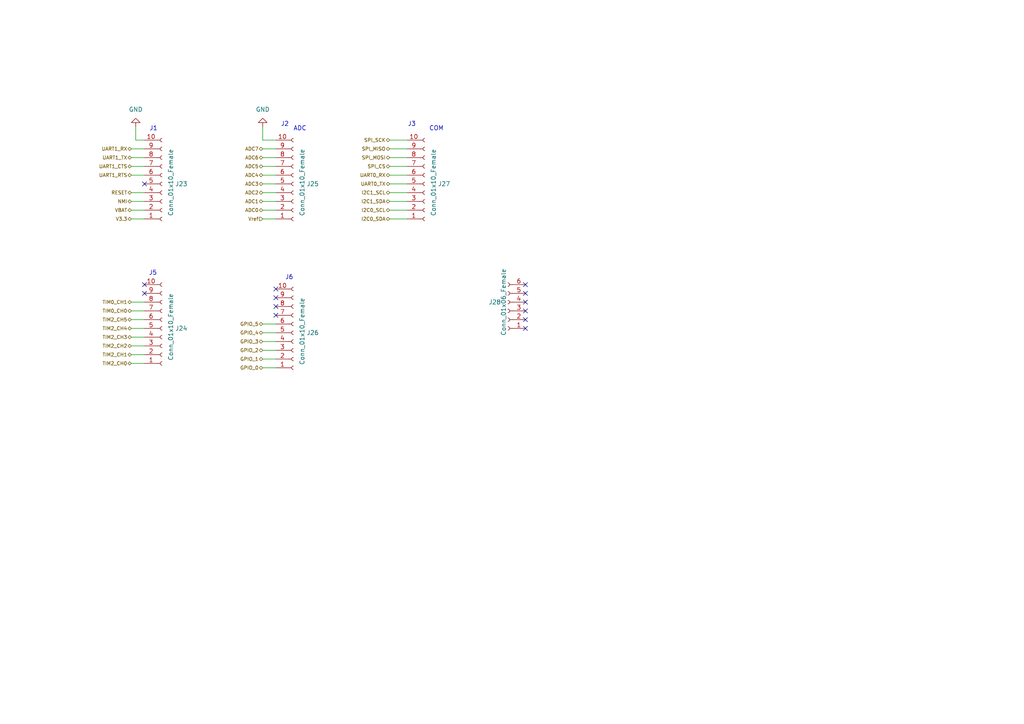
<source format=kicad_sch>
(kicad_sch (version 20211123) (generator eeschema)

  (uuid 44c0c965-de12-439d-a797-66fc677d47a9)

  (paper "A4")

  (lib_symbols
    (symbol "Connector:Conn_01x06_Female" (pin_names (offset 1.016) hide) (in_bom yes) (on_board yes)
      (property "Reference" "J" (id 0) (at 0 7.62 0)
        (effects (font (size 1.27 1.27)))
      )
      (property "Value" "Conn_01x06_Female" (id 1) (at 0 -10.16 0)
        (effects (font (size 1.27 1.27)))
      )
      (property "Footprint" "" (id 2) (at 0 0 0)
        (effects (font (size 1.27 1.27)) hide)
      )
      (property "Datasheet" "~" (id 3) (at 0 0 0)
        (effects (font (size 1.27 1.27)) hide)
      )
      (property "ki_keywords" "connector" (id 4) (at 0 0 0)
        (effects (font (size 1.27 1.27)) hide)
      )
      (property "ki_description" "Generic connector, single row, 01x06, script generated (kicad-library-utils/schlib/autogen/connector/)" (id 5) (at 0 0 0)
        (effects (font (size 1.27 1.27)) hide)
      )
      (property "ki_fp_filters" "Connector*:*_1x??_*" (id 6) (at 0 0 0)
        (effects (font (size 1.27 1.27)) hide)
      )
      (symbol "Conn_01x06_Female_1_1"
        (arc (start 0 -7.112) (mid -0.508 -7.62) (end 0 -8.128)
          (stroke (width 0.1524) (type default) (color 0 0 0 0))
          (fill (type none))
        )
        (arc (start 0 -4.572) (mid -0.508 -5.08) (end 0 -5.588)
          (stroke (width 0.1524) (type default) (color 0 0 0 0))
          (fill (type none))
        )
        (arc (start 0 -2.032) (mid -0.508 -2.54) (end 0 -3.048)
          (stroke (width 0.1524) (type default) (color 0 0 0 0))
          (fill (type none))
        )
        (polyline
          (pts
            (xy -1.27 -7.62)
            (xy -0.508 -7.62)
          )
          (stroke (width 0.1524) (type default) (color 0 0 0 0))
          (fill (type none))
        )
        (polyline
          (pts
            (xy -1.27 -5.08)
            (xy -0.508 -5.08)
          )
          (stroke (width 0.1524) (type default) (color 0 0 0 0))
          (fill (type none))
        )
        (polyline
          (pts
            (xy -1.27 -2.54)
            (xy -0.508 -2.54)
          )
          (stroke (width 0.1524) (type default) (color 0 0 0 0))
          (fill (type none))
        )
        (polyline
          (pts
            (xy -1.27 0)
            (xy -0.508 0)
          )
          (stroke (width 0.1524) (type default) (color 0 0 0 0))
          (fill (type none))
        )
        (polyline
          (pts
            (xy -1.27 2.54)
            (xy -0.508 2.54)
          )
          (stroke (width 0.1524) (type default) (color 0 0 0 0))
          (fill (type none))
        )
        (polyline
          (pts
            (xy -1.27 5.08)
            (xy -0.508 5.08)
          )
          (stroke (width 0.1524) (type default) (color 0 0 0 0))
          (fill (type none))
        )
        (arc (start 0 0.508) (mid -0.508 0) (end 0 -0.508)
          (stroke (width 0.1524) (type default) (color 0 0 0 0))
          (fill (type none))
        )
        (arc (start 0 3.048) (mid -0.508 2.54) (end 0 2.032)
          (stroke (width 0.1524) (type default) (color 0 0 0 0))
          (fill (type none))
        )
        (arc (start 0 5.588) (mid -0.508 5.08) (end 0 4.572)
          (stroke (width 0.1524) (type default) (color 0 0 0 0))
          (fill (type none))
        )
        (pin passive line (at -5.08 5.08 0) (length 3.81)
          (name "Pin_1" (effects (font (size 1.27 1.27))))
          (number "1" (effects (font (size 1.27 1.27))))
        )
        (pin passive line (at -5.08 2.54 0) (length 3.81)
          (name "Pin_2" (effects (font (size 1.27 1.27))))
          (number "2" (effects (font (size 1.27 1.27))))
        )
        (pin passive line (at -5.08 0 0) (length 3.81)
          (name "Pin_3" (effects (font (size 1.27 1.27))))
          (number "3" (effects (font (size 1.27 1.27))))
        )
        (pin passive line (at -5.08 -2.54 0) (length 3.81)
          (name "Pin_4" (effects (font (size 1.27 1.27))))
          (number "4" (effects (font (size 1.27 1.27))))
        )
        (pin passive line (at -5.08 -5.08 0) (length 3.81)
          (name "Pin_5" (effects (font (size 1.27 1.27))))
          (number "5" (effects (font (size 1.27 1.27))))
        )
        (pin passive line (at -5.08 -7.62 0) (length 3.81)
          (name "Pin_6" (effects (font (size 1.27 1.27))))
          (number "6" (effects (font (size 1.27 1.27))))
        )
      )
    )
    (symbol "Connector:Conn_01x10_Female" (pin_names (offset 1.016) hide) (in_bom yes) (on_board yes)
      (property "Reference" "J" (id 0) (at 0 12.7 0)
        (effects (font (size 1.27 1.27)))
      )
      (property "Value" "Conn_01x10_Female" (id 1) (at 0 -15.24 0)
        (effects (font (size 1.27 1.27)))
      )
      (property "Footprint" "" (id 2) (at 0 0 0)
        (effects (font (size 1.27 1.27)) hide)
      )
      (property "Datasheet" "~" (id 3) (at 0 0 0)
        (effects (font (size 1.27 1.27)) hide)
      )
      (property "ki_keywords" "connector" (id 4) (at 0 0 0)
        (effects (font (size 1.27 1.27)) hide)
      )
      (property "ki_description" "Generic connector, single row, 01x10, script generated (kicad-library-utils/schlib/autogen/connector/)" (id 5) (at 0 0 0)
        (effects (font (size 1.27 1.27)) hide)
      )
      (property "ki_fp_filters" "Connector*:*_1x??_*" (id 6) (at 0 0 0)
        (effects (font (size 1.27 1.27)) hide)
      )
      (symbol "Conn_01x10_Female_1_1"
        (arc (start 0 -12.192) (mid -0.508 -12.7) (end 0 -13.208)
          (stroke (width 0.1524) (type default) (color 0 0 0 0))
          (fill (type none))
        )
        (arc (start 0 -9.652) (mid -0.508 -10.16) (end 0 -10.668)
          (stroke (width 0.1524) (type default) (color 0 0 0 0))
          (fill (type none))
        )
        (arc (start 0 -7.112) (mid -0.508 -7.62) (end 0 -8.128)
          (stroke (width 0.1524) (type default) (color 0 0 0 0))
          (fill (type none))
        )
        (arc (start 0 -4.572) (mid -0.508 -5.08) (end 0 -5.588)
          (stroke (width 0.1524) (type default) (color 0 0 0 0))
          (fill (type none))
        )
        (arc (start 0 -2.032) (mid -0.508 -2.54) (end 0 -3.048)
          (stroke (width 0.1524) (type default) (color 0 0 0 0))
          (fill (type none))
        )
        (polyline
          (pts
            (xy -1.27 -12.7)
            (xy -0.508 -12.7)
          )
          (stroke (width 0.1524) (type default) (color 0 0 0 0))
          (fill (type none))
        )
        (polyline
          (pts
            (xy -1.27 -10.16)
            (xy -0.508 -10.16)
          )
          (stroke (width 0.1524) (type default) (color 0 0 0 0))
          (fill (type none))
        )
        (polyline
          (pts
            (xy -1.27 -7.62)
            (xy -0.508 -7.62)
          )
          (stroke (width 0.1524) (type default) (color 0 0 0 0))
          (fill (type none))
        )
        (polyline
          (pts
            (xy -1.27 -5.08)
            (xy -0.508 -5.08)
          )
          (stroke (width 0.1524) (type default) (color 0 0 0 0))
          (fill (type none))
        )
        (polyline
          (pts
            (xy -1.27 -2.54)
            (xy -0.508 -2.54)
          )
          (stroke (width 0.1524) (type default) (color 0 0 0 0))
          (fill (type none))
        )
        (polyline
          (pts
            (xy -1.27 0)
            (xy -0.508 0)
          )
          (stroke (width 0.1524) (type default) (color 0 0 0 0))
          (fill (type none))
        )
        (polyline
          (pts
            (xy -1.27 2.54)
            (xy -0.508 2.54)
          )
          (stroke (width 0.1524) (type default) (color 0 0 0 0))
          (fill (type none))
        )
        (polyline
          (pts
            (xy -1.27 5.08)
            (xy -0.508 5.08)
          )
          (stroke (width 0.1524) (type default) (color 0 0 0 0))
          (fill (type none))
        )
        (polyline
          (pts
            (xy -1.27 7.62)
            (xy -0.508 7.62)
          )
          (stroke (width 0.1524) (type default) (color 0 0 0 0))
          (fill (type none))
        )
        (polyline
          (pts
            (xy -1.27 10.16)
            (xy -0.508 10.16)
          )
          (stroke (width 0.1524) (type default) (color 0 0 0 0))
          (fill (type none))
        )
        (arc (start 0 0.508) (mid -0.508 0) (end 0 -0.508)
          (stroke (width 0.1524) (type default) (color 0 0 0 0))
          (fill (type none))
        )
        (arc (start 0 3.048) (mid -0.508 2.54) (end 0 2.032)
          (stroke (width 0.1524) (type default) (color 0 0 0 0))
          (fill (type none))
        )
        (arc (start 0 5.588) (mid -0.508 5.08) (end 0 4.572)
          (stroke (width 0.1524) (type default) (color 0 0 0 0))
          (fill (type none))
        )
        (arc (start 0 8.128) (mid -0.508 7.62) (end 0 7.112)
          (stroke (width 0.1524) (type default) (color 0 0 0 0))
          (fill (type none))
        )
        (arc (start 0 10.668) (mid -0.508 10.16) (end 0 9.652)
          (stroke (width 0.1524) (type default) (color 0 0 0 0))
          (fill (type none))
        )
        (pin passive line (at -5.08 10.16 0) (length 3.81)
          (name "Pin_1" (effects (font (size 1.27 1.27))))
          (number "1" (effects (font (size 1.27 1.27))))
        )
        (pin passive line (at -5.08 -12.7 0) (length 3.81)
          (name "Pin_10" (effects (font (size 1.27 1.27))))
          (number "10" (effects (font (size 1.27 1.27))))
        )
        (pin passive line (at -5.08 7.62 0) (length 3.81)
          (name "Pin_2" (effects (font (size 1.27 1.27))))
          (number "2" (effects (font (size 1.27 1.27))))
        )
        (pin passive line (at -5.08 5.08 0) (length 3.81)
          (name "Pin_3" (effects (font (size 1.27 1.27))))
          (number "3" (effects (font (size 1.27 1.27))))
        )
        (pin passive line (at -5.08 2.54 0) (length 3.81)
          (name "Pin_4" (effects (font (size 1.27 1.27))))
          (number "4" (effects (font (size 1.27 1.27))))
        )
        (pin passive line (at -5.08 0 0) (length 3.81)
          (name "Pin_5" (effects (font (size 1.27 1.27))))
          (number "5" (effects (font (size 1.27 1.27))))
        )
        (pin passive line (at -5.08 -2.54 0) (length 3.81)
          (name "Pin_6" (effects (font (size 1.27 1.27))))
          (number "6" (effects (font (size 1.27 1.27))))
        )
        (pin passive line (at -5.08 -5.08 0) (length 3.81)
          (name "Pin_7" (effects (font (size 1.27 1.27))))
          (number "7" (effects (font (size 1.27 1.27))))
        )
        (pin passive line (at -5.08 -7.62 0) (length 3.81)
          (name "Pin_8" (effects (font (size 1.27 1.27))))
          (number "8" (effects (font (size 1.27 1.27))))
        )
        (pin passive line (at -5.08 -10.16 0) (length 3.81)
          (name "Pin_9" (effects (font (size 1.27 1.27))))
          (number "9" (effects (font (size 1.27 1.27))))
        )
      )
    )
    (symbol "power:GND" (power) (pin_names (offset 0)) (in_bom yes) (on_board yes)
      (property "Reference" "#PWR" (id 0) (at 0 -6.35 0)
        (effects (font (size 1.27 1.27)) hide)
      )
      (property "Value" "GND" (id 1) (at 0 -3.81 0)
        (effects (font (size 1.27 1.27)))
      )
      (property "Footprint" "" (id 2) (at 0 0 0)
        (effects (font (size 1.27 1.27)) hide)
      )
      (property "Datasheet" "" (id 3) (at 0 0 0)
        (effects (font (size 1.27 1.27)) hide)
      )
      (property "ki_keywords" "power-flag" (id 4) (at 0 0 0)
        (effects (font (size 1.27 1.27)) hide)
      )
      (property "ki_description" "Power symbol creates a global label with name \"GND\" , ground" (id 5) (at 0 0 0)
        (effects (font (size 1.27 1.27)) hide)
      )
      (symbol "GND_0_1"
        (polyline
          (pts
            (xy 0 0)
            (xy 0 -1.27)
            (xy 1.27 -1.27)
            (xy 0 -2.54)
            (xy -1.27 -1.27)
            (xy 0 -1.27)
          )
          (stroke (width 0) (type default) (color 0 0 0 0))
          (fill (type none))
        )
      )
      (symbol "GND_1_1"
        (pin power_in line (at 0 0 270) (length 0) hide
          (name "GND" (effects (font (size 1.27 1.27))))
          (number "1" (effects (font (size 1.27 1.27))))
        )
      )
    )
  )


  (no_connect (at 152.4 90.17) (uuid 3b6ea4e1-7c44-4b3c-8cdd-7c92c53208a9))
  (no_connect (at 152.4 85.09) (uuid 3b6ea4e1-7c44-4b3c-8cdd-7c92c53208aa))
  (no_connect (at 152.4 92.71) (uuid 3b6ea4e1-7c44-4b3c-8cdd-7c92c53208ab))
  (no_connect (at 152.4 95.25) (uuid 3b6ea4e1-7c44-4b3c-8cdd-7c92c53208ac))
  (no_connect (at 152.4 82.55) (uuid 3b6ea4e1-7c44-4b3c-8cdd-7c92c53208ad))
  (no_connect (at 152.4 87.63) (uuid 3b6ea4e1-7c44-4b3c-8cdd-7c92c53208ae))
  (no_connect (at 41.91 85.09) (uuid 3b6ea4e1-7c44-4b3c-8cdd-7c92c53208af))
  (no_connect (at 41.91 82.55) (uuid 3b6ea4e1-7c44-4b3c-8cdd-7c92c53208b0))
  (no_connect (at 80.01 91.44) (uuid 3b6ea4e1-7c44-4b3c-8cdd-7c92c53208b1))
  (no_connect (at 80.01 88.9) (uuid 3b6ea4e1-7c44-4b3c-8cdd-7c92c53208b2))
  (no_connect (at 80.01 86.36) (uuid 3b6ea4e1-7c44-4b3c-8cdd-7c92c53208b3))
  (no_connect (at 80.01 83.82) (uuid 3b6ea4e1-7c44-4b3c-8cdd-7c92c53208b4))
  (no_connect (at 41.91 53.34) (uuid 7483289e-10d8-4271-bede-58d682ac0a85))

  (wire (pts (xy 76.2 60.96) (xy 80.01 60.96))
    (stroke (width 0) (type default) (color 0 0 0 0))
    (uuid 12bf9baa-552c-4684-a539-844579e9b023)
  )
  (wire (pts (xy 38.1 60.96) (xy 41.91 60.96))
    (stroke (width 0) (type default) (color 0 0 0 0))
    (uuid 14092455-e6e4-43cd-a0b6-938db4ddad31)
  )
  (wire (pts (xy 38.1 95.25) (xy 41.91 95.25))
    (stroke (width 0) (type default) (color 0 0 0 0))
    (uuid 14315199-bb99-45e0-a83e-1cab2b56aad4)
  )
  (wire (pts (xy 113.03 55.88) (xy 118.11 55.88))
    (stroke (width 0) (type default) (color 0 0 0 0))
    (uuid 165e712e-a8c6-44db-9a09-46852bd188f1)
  )
  (wire (pts (xy 76.2 45.72) (xy 80.01 45.72))
    (stroke (width 0) (type default) (color 0 0 0 0))
    (uuid 171fb766-4dfe-414a-b2c9-0b7712a8ebc0)
  )
  (wire (pts (xy 113.03 45.72) (xy 118.11 45.72))
    (stroke (width 0) (type default) (color 0 0 0 0))
    (uuid 183aaf65-78cb-4737-8c50-52e1542222fd)
  )
  (wire (pts (xy 76.2 104.14) (xy 80.01 104.14))
    (stroke (width 0) (type default) (color 0 0 0 0))
    (uuid 2646fa32-cf8a-4d61-bcd1-4dee8b94d6c9)
  )
  (wire (pts (xy 38.1 100.33) (xy 41.91 100.33))
    (stroke (width 0) (type default) (color 0 0 0 0))
    (uuid 27639366-d211-4ede-8708-fdc55b1148ac)
  )
  (wire (pts (xy 76.2 55.88) (xy 80.01 55.88))
    (stroke (width 0) (type default) (color 0 0 0 0))
    (uuid 2c7b1d6b-dae7-440d-8b07-02127f151b8a)
  )
  (wire (pts (xy 38.1 55.88) (xy 41.91 55.88))
    (stroke (width 0) (type default) (color 0 0 0 0))
    (uuid 32979525-b520-4b5f-9013-4e689867383d)
  )
  (wire (pts (xy 38.1 43.18) (xy 41.91 43.18))
    (stroke (width 0) (type default) (color 0 0 0 0))
    (uuid 340abe7c-fda0-4700-9532-edd03539637e)
  )
  (wire (pts (xy 113.03 43.18) (xy 118.11 43.18))
    (stroke (width 0) (type default) (color 0 0 0 0))
    (uuid 34ab6d08-2bb3-40b7-bf45-bbb057ecf256)
  )
  (wire (pts (xy 113.03 60.96) (xy 118.11 60.96))
    (stroke (width 0) (type default) (color 0 0 0 0))
    (uuid 3c518967-e1ce-4f6a-9760-ed90d28d3307)
  )
  (wire (pts (xy 113.03 63.5) (xy 118.11 63.5))
    (stroke (width 0) (type default) (color 0 0 0 0))
    (uuid 3ed2c1ca-1778-45db-a2b2-f8ac115f2d1c)
  )
  (wire (pts (xy 76.2 48.26) (xy 80.01 48.26))
    (stroke (width 0) (type default) (color 0 0 0 0))
    (uuid 514f0fa1-764d-4bd6-a407-fa83c22c4e2e)
  )
  (wire (pts (xy 38.1 102.87) (xy 41.91 102.87))
    (stroke (width 0) (type default) (color 0 0 0 0))
    (uuid 53d5eadb-02f5-4210-a285-346b21b56cd3)
  )
  (wire (pts (xy 38.1 63.5) (xy 41.91 63.5))
    (stroke (width 0) (type default) (color 0 0 0 0))
    (uuid 5ce54096-6af7-4ccc-9ebe-4a5a6e9af8d3)
  )
  (wire (pts (xy 41.91 40.64) (xy 39.37 40.64))
    (stroke (width 0) (type default) (color 0 0 0 0))
    (uuid 61eeb981-24ec-4d13-bd8b-6d8f5e1b899b)
  )
  (wire (pts (xy 76.2 93.98) (xy 80.01 93.98))
    (stroke (width 0) (type default) (color 0 0 0 0))
    (uuid 64464920-2a04-4b9a-9509-23ec5036fa47)
  )
  (wire (pts (xy 113.03 50.8) (xy 118.11 50.8))
    (stroke (width 0) (type default) (color 0 0 0 0))
    (uuid 64773625-c60c-45f5-8997-62907cc1cc69)
  )
  (wire (pts (xy 113.03 48.26) (xy 118.11 48.26))
    (stroke (width 0) (type default) (color 0 0 0 0))
    (uuid 66574951-3953-4ab9-b8cf-a62869b8194a)
  )
  (wire (pts (xy 113.03 58.42) (xy 118.11 58.42))
    (stroke (width 0) (type default) (color 0 0 0 0))
    (uuid 68c27583-0077-4586-b007-65137ee57090)
  )
  (wire (pts (xy 76.2 40.64) (xy 76.2 36.83))
    (stroke (width 0) (type default) (color 0 0 0 0))
    (uuid 69f18a33-b97d-43db-901f-d870e7ef009a)
  )
  (wire (pts (xy 76.2 50.8) (xy 80.01 50.8))
    (stroke (width 0) (type default) (color 0 0 0 0))
    (uuid 6b8dfa03-4aa7-43c4-9fb9-f094d0375b5c)
  )
  (wire (pts (xy 76.2 63.5) (xy 80.01 63.5))
    (stroke (width 0) (type default) (color 0 0 0 0))
    (uuid 7bd48f74-a660-426b-bd30-d81961e17eba)
  )
  (wire (pts (xy 38.1 92.71) (xy 41.91 92.71))
    (stroke (width 0) (type default) (color 0 0 0 0))
    (uuid 82bb733e-b297-4a77-8ebe-7d8c482129b2)
  )
  (wire (pts (xy 38.1 97.79) (xy 41.91 97.79))
    (stroke (width 0) (type default) (color 0 0 0 0))
    (uuid 920f6f78-cc58-4e1e-80aa-5e08bad3bce1)
  )
  (wire (pts (xy 76.2 101.6) (xy 80.01 101.6))
    (stroke (width 0) (type default) (color 0 0 0 0))
    (uuid 92ff953b-7f3c-40cb-92f1-e36c371e10d0)
  )
  (wire (pts (xy 38.1 90.17) (xy 41.91 90.17))
    (stroke (width 0) (type default) (color 0 0 0 0))
    (uuid 9930551c-a2d9-4962-a98d-ad31ead4fee1)
  )
  (wire (pts (xy 38.1 48.26) (xy 41.91 48.26))
    (stroke (width 0) (type default) (color 0 0 0 0))
    (uuid a08661e9-2638-471e-b294-bd9dec48c952)
  )
  (wire (pts (xy 76.2 58.42) (xy 80.01 58.42))
    (stroke (width 0) (type default) (color 0 0 0 0))
    (uuid a15dc283-ee8a-41ee-9d5d-1ea4bed29874)
  )
  (wire (pts (xy 38.1 58.42) (xy 41.91 58.42))
    (stroke (width 0) (type default) (color 0 0 0 0))
    (uuid afadb499-dbfe-4942-9686-f9d530926bd5)
  )
  (wire (pts (xy 76.2 53.34) (xy 80.01 53.34))
    (stroke (width 0) (type default) (color 0 0 0 0))
    (uuid b80ba58c-e215-4e64-9de1-375b870289a5)
  )
  (wire (pts (xy 38.1 45.72) (xy 41.91 45.72))
    (stroke (width 0) (type default) (color 0 0 0 0))
    (uuid c7b55eba-f3ba-44d2-8a7e-5ec5bdfe7b35)
  )
  (wire (pts (xy 38.1 87.63) (xy 41.91 87.63))
    (stroke (width 0) (type default) (color 0 0 0 0))
    (uuid cdcc0a7d-197a-408d-95eb-d9f0c90ddaf0)
  )
  (wire (pts (xy 113.03 40.64) (xy 118.11 40.64))
    (stroke (width 0) (type default) (color 0 0 0 0))
    (uuid d081bf92-9947-46e4-9b3b-21833117b3f7)
  )
  (wire (pts (xy 76.2 96.52) (xy 80.01 96.52))
    (stroke (width 0) (type default) (color 0 0 0 0))
    (uuid d5cfbc48-d107-4976-884c-7bb23618d5e3)
  )
  (wire (pts (xy 113.03 53.34) (xy 118.11 53.34))
    (stroke (width 0) (type default) (color 0 0 0 0))
    (uuid d9dec40c-e846-4699-88c5-14344dd85a1e)
  )
  (wire (pts (xy 76.2 106.68) (xy 80.01 106.68))
    (stroke (width 0) (type default) (color 0 0 0 0))
    (uuid e13a819e-9641-4536-8950-b0876ef1b936)
  )
  (wire (pts (xy 76.2 43.18) (xy 80.01 43.18))
    (stroke (width 0) (type default) (color 0 0 0 0))
    (uuid e18d207c-a9ac-49be-b229-c33b54a90364)
  )
  (wire (pts (xy 80.01 40.64) (xy 76.2 40.64))
    (stroke (width 0) (type default) (color 0 0 0 0))
    (uuid ea47047f-97f4-4a98-ac7b-ec852378dbc3)
  )
  (wire (pts (xy 38.1 105.41) (xy 41.91 105.41))
    (stroke (width 0) (type default) (color 0 0 0 0))
    (uuid eed592d1-7ce1-41c9-8380-fc63c5f74376)
  )
  (wire (pts (xy 39.37 36.83) (xy 39.37 40.64))
    (stroke (width 0) (type default) (color 0 0 0 0))
    (uuid ef9cc660-13a3-4ed4-821e-6cc36b23cc3a)
  )
  (wire (pts (xy 38.1 50.8) (xy 41.91 50.8))
    (stroke (width 0) (type default) (color 0 0 0 0))
    (uuid f1fd2d0f-be3c-4645-808b-720cfa038cc9)
  )
  (wire (pts (xy 76.2 99.06) (xy 80.01 99.06))
    (stroke (width 0) (type default) (color 0 0 0 0))
    (uuid fc7c940f-2f11-4044-b5e2-bf13d198f86c)
  )

  (text "J3" (at 120.65 36.83 180)
    (effects (font (size 1.27 1.27)) (justify right bottom))
    (uuid 04d8b8c8-a876-4bf0-8b34-a85aa4b7be24)
  )
  (text "J5" (at 43.18 80.01 0)
    (effects (font (size 1.27 1.27)) (justify left bottom))
    (uuid 0cef806a-68b5-41c1-9840-6b1213e24e9f)
  )
  (text "J6" (at 85.09 81.28 180)
    (effects (font (size 1.27 1.27)) (justify right bottom))
    (uuid 2024cfc5-1882-463f-a379-cf482ac7cb9e)
  )
  (text "ADC\n" (at 85.09 38.1 0)
    (effects (font (size 1.27 1.27)) (justify left bottom))
    (uuid 592bfc76-c97e-4d5b-adc6-20de3899defe)
  )
  (text "J2" (at 83.82 36.83 180)
    (effects (font (size 1.27 1.27)) (justify right bottom))
    (uuid 8572c053-f790-4521-a574-0c8e50ed4271)
  )
  (text "J1\n" (at 45.72 38.1 180)
    (effects (font (size 1.27 1.27)) (justify right bottom))
    (uuid 93a99a1c-6927-4522-a3ac-d0e7bfeee504)
  )
  (text "COM\n" (at 124.46 38.1 0)
    (effects (font (size 1.27 1.27)) (justify left bottom))
    (uuid 94922afd-84e6-4735-86d0-fc40e30fc3fc)
  )

  (hierarchical_label "VBAT" (shape bidirectional) (at 38.1 60.96 180)
    (effects (font (size 1 1)) (justify right))
    (uuid 00c1389a-948b-4022-a939-e75c158b0678)
  )
  (hierarchical_label "GPIO_1" (shape bidirectional) (at 76.2 104.14 180)
    (effects (font (size 1 1)) (justify right))
    (uuid 1157f099-367c-4086-b9d8-23009397e679)
  )
  (hierarchical_label "UART1_RTS" (shape bidirectional) (at 38.1 50.8 180)
    (effects (font (size 1 1)) (justify right))
    (uuid 13cac2a3-ae6a-415e-81d0-326e0d86ab81)
  )
  (hierarchical_label "I2C0_SCL" (shape bidirectional) (at 113.03 60.96 180)
    (effects (font (size 1 1)) (justify right))
    (uuid 13cd3c2c-3c87-4b58-958f-bcae78a6f91c)
  )
  (hierarchical_label "TIM2_CH4" (shape bidirectional) (at 38.1 95.25 180)
    (effects (font (size 1 1)) (justify right))
    (uuid 199e495c-263c-4c92-89c6-a9e301394181)
  )
  (hierarchical_label "GPIO_3" (shape bidirectional) (at 76.2 99.06 180)
    (effects (font (size 1 1)) (justify right))
    (uuid 20c60ad4-8eb4-43b3-91e4-2bdd21150349)
  )
  (hierarchical_label "GPIO_4" (shape bidirectional) (at 76.2 96.52 180)
    (effects (font (size 1 1)) (justify right))
    (uuid 223532e0-a1e3-47ed-93fb-b351c7842d68)
  )
  (hierarchical_label "ADC2" (shape bidirectional) (at 76.2 55.88 180)
    (effects (font (size 1 1)) (justify right))
    (uuid 26d73dd3-eabc-426a-bdb7-b29542e8bdb2)
  )
  (hierarchical_label "GPIO_5" (shape bidirectional) (at 76.2 93.98 180)
    (effects (font (size 1 1)) (justify right))
    (uuid 29097376-a066-46b1-9cdf-ac5d4dd59583)
  )
  (hierarchical_label "I2C1_SDA" (shape bidirectional) (at 113.03 58.42 180)
    (effects (font (size 1 1)) (justify right))
    (uuid 34fd7337-2ff4-4d37-93f6-74d6a8a19111)
  )
  (hierarchical_label "Vref" (shape input) (at 76.2 63.5 180)
    (effects (font (size 1 1)) (justify right))
    (uuid 36b7c3a5-788f-411f-9747-2fdc620c115e)
  )
  (hierarchical_label "TIM2_CH5" (shape bidirectional) (at 38.1 92.71 180)
    (effects (font (size 1 1)) (justify right))
    (uuid 371b625d-0fa2-4a59-b1e7-60bebb50cfb6)
  )
  (hierarchical_label "UART1_RX" (shape bidirectional) (at 38.1 43.18 180)
    (effects (font (size 1 1)) (justify right))
    (uuid 38128dfc-5a95-439a-9e0b-7b95733702e8)
  )
  (hierarchical_label "ADC1" (shape bidirectional) (at 76.2 58.42 180)
    (effects (font (size 1 1)) (justify right))
    (uuid 40a15a62-1e97-40d8-87bf-1554b8c41f1c)
  )
  (hierarchical_label "TIM2_CH3" (shape bidirectional) (at 38.1 97.79 180)
    (effects (font (size 1 1)) (justify right))
    (uuid 43726b24-29e9-4b16-8f19-1f984fe7458c)
  )
  (hierarchical_label "TIM2_CH1" (shape bidirectional) (at 38.1 102.87 180)
    (effects (font (size 1 1)) (justify right))
    (uuid 4454865c-b4e7-48ac-8c4f-1894850d3326)
  )
  (hierarchical_label "ADC6" (shape bidirectional) (at 76.2 45.72 180)
    (effects (font (size 1 1)) (justify right))
    (uuid 4b3520d0-1551-4751-8436-e99543182faa)
  )
  (hierarchical_label "I2C0_SDA" (shape bidirectional) (at 113.03 63.5 180)
    (effects (font (size 1 1)) (justify right))
    (uuid 4c0913f0-6645-4363-a0e6-bf8452e452df)
  )
  (hierarchical_label "TIM0_CH0" (shape bidirectional) (at 38.1 90.17 180)
    (effects (font (size 1 1)) (justify right))
    (uuid 666c42cf-78c8-482b-8edb-6fed5c985ae6)
  )
  (hierarchical_label "GPIO_0" (shape bidirectional) (at 76.2 106.68 180)
    (effects (font (size 1 1)) (justify right))
    (uuid 7475bcc0-8854-4968-aa09-2500a3b8b4b5)
  )
  (hierarchical_label "RESET" (shape bidirectional) (at 38.1 55.88 180)
    (effects (font (size 1 1)) (justify right))
    (uuid 75a71dfb-2624-42cd-b775-efd541fd2689)
  )
  (hierarchical_label "I2C1_SCL" (shape bidirectional) (at 113.03 55.88 180)
    (effects (font (size 1 1)) (justify right))
    (uuid 80b9a589-9322-4361-bec5-6969c9e4f2b2)
  )
  (hierarchical_label "SPI_MISO" (shape bidirectional) (at 113.03 43.18 180)
    (effects (font (size 1 1)) (justify right))
    (uuid 8140e80d-e2ce-4474-842c-3b349acdfb23)
  )
  (hierarchical_label "UART0_TX" (shape bidirectional) (at 113.03 53.34 180)
    (effects (font (size 1 1)) (justify right))
    (uuid 900a0cab-18a4-47f6-a991-57d01f713f5c)
  )
  (hierarchical_label "ADC4" (shape bidirectional) (at 76.2 50.8 180)
    (effects (font (size 1 1)) (justify right))
    (uuid 99a251b0-5dcc-488b-bf56-a7684cd7d741)
  )
  (hierarchical_label "TIM2_CH0" (shape bidirectional) (at 38.1 105.41 180)
    (effects (font (size 1 1)) (justify right))
    (uuid 9dbd77e1-cf7e-4eb2-91d9-2fbf0f2b1ee8)
  )
  (hierarchical_label "TIM0_CH1" (shape bidirectional) (at 38.1 87.63 180)
    (effects (font (size 1 1)) (justify right))
    (uuid a6aba809-8d98-4c68-8495-bc25b4d79e69)
  )
  (hierarchical_label "V3.3" (shape bidirectional) (at 38.1 63.5 180)
    (effects (font (size 1 1)) (justify right))
    (uuid a938c878-abab-4230-8ece-d386870e8189)
  )
  (hierarchical_label "SPI_CS" (shape bidirectional) (at 113.03 48.26 180)
    (effects (font (size 1 1)) (justify right))
    (uuid ab828af4-0cc0-4716-809f-476b178ee683)
  )
  (hierarchical_label "ADC5" (shape bidirectional) (at 76.2 48.26 180)
    (effects (font (size 1 1)) (justify right))
    (uuid affbf2d6-b668-473f-b95b-6c608fa96d61)
  )
  (hierarchical_label "ADC3" (shape bidirectional) (at 76.2 53.34 180)
    (effects (font (size 1 1)) (justify right))
    (uuid b093fa1a-acc5-4e81-94eb-704979adca45)
  )
  (hierarchical_label "ADC0" (shape bidirectional) (at 76.2 60.96 180)
    (effects (font (size 1 1)) (justify right))
    (uuid c4e0eea9-610f-4612-99f1-a3ac105ab8c2)
  )
  (hierarchical_label "TIM2_CH2" (shape bidirectional) (at 38.1 100.33 180)
    (effects (font (size 1 1)) (justify right))
    (uuid cbd20773-6a28-4301-b7f3-fbdc95ac5bfd)
  )
  (hierarchical_label "ADC7" (shape bidirectional) (at 76.2 43.18 180)
    (effects (font (size 1 1)) (justify right))
    (uuid cd78475c-33e0-40d7-8954-2d1bc3601e3b)
  )
  (hierarchical_label "UART1_CTS" (shape bidirectional) (at 38.1 48.26 180)
    (effects (font (size 1 1)) (justify right))
    (uuid ce2f44ab-5054-4cf5-bb2b-4496194db0ea)
  )
  (hierarchical_label "UART0_RX" (shape bidirectional) (at 113.03 50.8 180)
    (effects (font (size 1 1)) (justify right))
    (uuid dd19adfe-6509-41e2-810a-1e670b05de8d)
  )
  (hierarchical_label "GPIO_2" (shape bidirectional) (at 76.2 101.6 180)
    (effects (font (size 1 1)) (justify right))
    (uuid df433945-1ad7-481a-bbad-7b97c8eb7a61)
  )
  (hierarchical_label "SPI_MOSI" (shape bidirectional) (at 113.03 45.72 180)
    (effects (font (size 1 1)) (justify right))
    (uuid eacec5e9-ab80-4925-b8fb-2d2ea13eec51)
  )
  (hierarchical_label "SPI_SCK" (shape bidirectional) (at 113.03 40.64 180)
    (effects (font (size 1 1)) (justify right))
    (uuid eb67c01c-0538-4cb4-a666-4f501450c654)
  )
  (hierarchical_label "NMI" (shape bidirectional) (at 38.1 58.42 180)
    (effects (font (size 1 1)) (justify right))
    (uuid f709d935-5422-4e0d-8c58-17edcc847e89)
  )
  (hierarchical_label "UART1_TX" (shape bidirectional) (at 38.1 45.72 180)
    (effects (font (size 1 1)) (justify right))
    (uuid fe4bc1e3-7bce-4ee4-af4f-589c1ae0a666)
  )

  (symbol (lib_id "Connector:Conn_01x06_Female") (at 147.32 90.17 180) (unit 1)
    (in_bom yes) (on_board yes)
    (uuid 36df7eca-5abf-43aa-9e2c-ca05a391af4b)
    (property "Reference" "J28" (id 0) (at 143.51 87.63 0))
    (property "Value" "Conn_01x06_Female" (id 1) (at 146.05 87.63 90))
    (property "Footprint" "Connector_PinSocket_2.54mm:PinSocket_1x06_P2.54mm_Vertical" (id 2) (at 147.32 90.17 0)
      (effects (font (size 1.27 1.27)) hide)
    )
    (property "Datasheet" "~" (id 3) (at 147.32 90.17 0)
      (effects (font (size 1.27 1.27)) hide)
    )
    (pin "1" (uuid a644f596-afa7-4c5f-b68e-a15f07b52dae))
    (pin "2" (uuid a8bdb728-cf9f-4bce-a777-243cfd139ed0))
    (pin "3" (uuid bc905619-7a0b-4b17-a833-ffd8d9c7bd63))
    (pin "4" (uuid d2be219e-f2ca-4ce1-95a0-4685ff043b77))
    (pin "5" (uuid 2058ad64-26fe-417d-a3ce-5af3d7ad8912))
    (pin "6" (uuid 8d1bc643-508a-49d8-af96-c280fe38ec3b))
  )

  (symbol (lib_id "power:GND") (at 39.37 36.83 180) (unit 1)
    (in_bom yes) (on_board yes) (fields_autoplaced)
    (uuid 74e06fa1-0bf4-487b-8902-0893c1a0af59)
    (property "Reference" "#PWR081" (id 0) (at 39.37 30.48 0)
      (effects (font (size 1.27 1.27)) hide)
    )
    (property "Value" "GND" (id 1) (at 39.37 31.75 0))
    (property "Footprint" "" (id 2) (at 39.37 36.83 0)
      (effects (font (size 1.27 1.27)) hide)
    )
    (property "Datasheet" "" (id 3) (at 39.37 36.83 0)
      (effects (font (size 1.27 1.27)) hide)
    )
    (pin "1" (uuid 21b1847e-1233-404e-8850-3abf5253bc37))
  )

  (symbol (lib_id "Connector:Conn_01x10_Female") (at 85.09 53.34 0) (mirror x) (unit 1)
    (in_bom yes) (on_board yes)
    (uuid 863a484f-4dff-4ada-9b94-1f471b584439)
    (property "Reference" "J25" (id 0) (at 88.9 53.34 0)
      (effects (font (size 1.27 1.27)) (justify left))
    )
    (property "Value" "Conn_01x10_Female" (id 1) (at 87.63 43.18 90)
      (effects (font (size 1.27 1.27)) (justify left))
    )
    (property "Footprint" "Connector_PinHeader_2.54mm:PinHeader_1x10_P2.54mm_Vertical" (id 2) (at 85.09 53.34 0)
      (effects (font (size 1.27 1.27)) hide)
    )
    (property "Datasheet" "~" (id 3) (at 85.09 53.34 0)
      (effects (font (size 1.27 1.27)) hide)
    )
    (pin "1" (uuid 334c5c06-0466-4242-99a4-9634e9fd4634))
    (pin "10" (uuid 034180e0-35a4-49c2-86c2-44987471ea98))
    (pin "2" (uuid 02d21940-86f0-42a9-ba94-fd5914eb3866))
    (pin "3" (uuid 95c190a9-da5a-4002-9da9-735f31ae134a))
    (pin "4" (uuid 5dba206b-4587-4679-9db8-df66f670aef4))
    (pin "5" (uuid aeb6d3da-cae1-4bc7-b864-489f80300fd9))
    (pin "6" (uuid 7265111e-9ea0-400b-8435-82074bd6bf7c))
    (pin "7" (uuid 109b1b0f-ede3-442f-a1c6-e306e2bbad2c))
    (pin "8" (uuid c15833b8-a505-44c1-83f1-3511dcef1efb))
    (pin "9" (uuid e8626836-48ee-4529-b076-5e0834cba4e4))
  )

  (symbol (lib_id "Connector:Conn_01x10_Female") (at 85.09 96.52 0) (mirror x) (unit 1)
    (in_bom yes) (on_board yes)
    (uuid 86db411d-4125-44f2-855d-547b7b826d85)
    (property "Reference" "J26" (id 0) (at 88.9 96.52 0)
      (effects (font (size 1.27 1.27)) (justify left))
    )
    (property "Value" "Conn_01x10_Female" (id 1) (at 87.63 86.36 90)
      (effects (font (size 1.27 1.27)) (justify left))
    )
    (property "Footprint" "Connector_PinHeader_2.54mm:PinHeader_1x10_P2.54mm_Vertical" (id 2) (at 85.09 96.52 0)
      (effects (font (size 1.27 1.27)) hide)
    )
    (property "Datasheet" "~" (id 3) (at 85.09 96.52 0)
      (effects (font (size 1.27 1.27)) hide)
    )
    (pin "1" (uuid 02997e9c-ca41-4406-b8ee-a7b7184c9fb0))
    (pin "10" (uuid 347a3026-f5b2-4313-b0ca-7e2781e2b9c1))
    (pin "2" (uuid d7a979a2-89a4-4345-bea4-6ecb58dec78c))
    (pin "3" (uuid ad6b6e5d-cc58-462b-bc10-047095736a33))
    (pin "4" (uuid 68448074-3d05-443f-afd6-984714412c82))
    (pin "5" (uuid 27e41ecb-d4c2-4660-91b1-874441a3ecfd))
    (pin "6" (uuid 5e953bff-9d25-4232-9be1-2517b41d6357))
    (pin "7" (uuid e75299a5-81be-4a48-9a9b-e11fb4f9bdac))
    (pin "8" (uuid ee67cbfd-3d13-42c1-b969-c2295604766e))
    (pin "9" (uuid 7ad1ab20-abcc-46b5-91eb-f9a0ed8cedc3))
  )

  (symbol (lib_id "power:GND") (at 76.2 36.83 180) (unit 1)
    (in_bom yes) (on_board yes) (fields_autoplaced)
    (uuid 9b795b7c-2a65-4506-9d7c-39bad291d121)
    (property "Reference" "#PWR083" (id 0) (at 76.2 30.48 0)
      (effects (font (size 1.27 1.27)) hide)
    )
    (property "Value" "GND" (id 1) (at 76.2 31.75 0))
    (property "Footprint" "" (id 2) (at 76.2 36.83 0)
      (effects (font (size 1.27 1.27)) hide)
    )
    (property "Datasheet" "" (id 3) (at 76.2 36.83 0)
      (effects (font (size 1.27 1.27)) hide)
    )
    (pin "1" (uuid d28476bc-940e-4e30-a1ed-c166f860e0b1))
  )

  (symbol (lib_id "Connector:Conn_01x10_Female") (at 46.99 95.25 0) (mirror x) (unit 1)
    (in_bom yes) (on_board yes)
    (uuid 9e2e2cf1-8ab7-4758-a1f3-422b50204133)
    (property "Reference" "J24" (id 0) (at 50.8 95.25 0)
      (effects (font (size 1.27 1.27)) (justify left))
    )
    (property "Value" "Conn_01x10_Female" (id 1) (at 49.53 85.09 90)
      (effects (font (size 1.27 1.27)) (justify left))
    )
    (property "Footprint" "Connector_PinHeader_2.54mm:PinHeader_1x10_P2.54mm_Vertical" (id 2) (at 46.99 95.25 0)
      (effects (font (size 1.27 1.27)) hide)
    )
    (property "Datasheet" "~" (id 3) (at 46.99 95.25 0)
      (effects (font (size 1.27 1.27)) hide)
    )
    (pin "1" (uuid 9157e222-0005-4fca-9ed5-e05587d41239))
    (pin "10" (uuid 9ad457a9-101b-4c97-ad20-9a5bf2d88760))
    (pin "2" (uuid 11a6b0c5-6db6-4a60-abe9-e262ccba96cd))
    (pin "3" (uuid ab8618b8-d250-427c-b0f0-bef4735dea68))
    (pin "4" (uuid 57cc192d-a616-4185-8c0b-25d2b64f8527))
    (pin "5" (uuid 5274613d-2f77-4d95-a1e1-43cbc2e8750f))
    (pin "6" (uuid 71da7f5d-50d9-4796-a595-ea17789c293b))
    (pin "7" (uuid ed0dbcf1-f5c0-44b9-b452-9533de36a7ed))
    (pin "8" (uuid 646fd5ec-5d27-44d4-95d7-aa76a3a87e96))
    (pin "9" (uuid 350aa9b3-fdbb-4883-b877-7493da7cfbcc))
  )

  (symbol (lib_id "Connector:Conn_01x10_Female") (at 46.99 53.34 0) (mirror x) (unit 1)
    (in_bom yes) (on_board yes)
    (uuid ca596fcc-fbac-4fdc-86b6-006b80539521)
    (property "Reference" "J23" (id 0) (at 50.8 53.34 0)
      (effects (font (size 1.27 1.27)) (justify left))
    )
    (property "Value" "Conn_01x10_Female" (id 1) (at 49.53 43.18 90)
      (effects (font (size 1.27 1.27)) (justify left))
    )
    (property "Footprint" "Connector_PinHeader_2.54mm:PinHeader_1x10_P2.54mm_Vertical" (id 2) (at 46.99 53.34 0)
      (effects (font (size 1.27 1.27)) hide)
    )
    (property "Datasheet" "~" (id 3) (at 46.99 53.34 0)
      (effects (font (size 1.27 1.27)) hide)
    )
    (pin "1" (uuid 9e68c613-822a-4e04-bfa1-5d562349c0dc))
    (pin "10" (uuid d08610a5-9f45-4321-81fc-cdf2276360ef))
    (pin "2" (uuid 8e62cfa1-5d4e-4eeb-9c66-bae7171a9028))
    (pin "3" (uuid 5ad853df-c444-44ce-a834-68382904fc99))
    (pin "4" (uuid c99ad391-23d7-47d4-98e5-b7f534d6fd0f))
    (pin "5" (uuid af2cf284-7e9f-407f-a5e2-dfed0c25458a))
    (pin "6" (uuid d6874f1f-f905-4ece-9611-3a8687225d94))
    (pin "7" (uuid 8f78310a-dd60-4433-b58f-2a75b74c5d2a))
    (pin "8" (uuid b1e02bcb-fc6e-436e-8441-0c45cb2e5e04))
    (pin "9" (uuid b3c08112-6db9-4089-8797-01d980370c6a))
  )

  (symbol (lib_id "Connector:Conn_01x10_Female") (at 123.19 53.34 0) (mirror x) (unit 1)
    (in_bom yes) (on_board yes)
    (uuid fba7b615-f415-436d-97f6-f3a6f3e2996d)
    (property "Reference" "J27" (id 0) (at 127 53.34 0)
      (effects (font (size 1.27 1.27)) (justify left))
    )
    (property "Value" "Conn_01x10_Female" (id 1) (at 125.73 43.18 90)
      (effects (font (size 1.27 1.27)) (justify left))
    )
    (property "Footprint" "Connector_PinHeader_2.54mm:PinHeader_1x10_P2.54mm_Vertical" (id 2) (at 123.19 53.34 0)
      (effects (font (size 1.27 1.27)) hide)
    )
    (property "Datasheet" "~" (id 3) (at 123.19 53.34 0)
      (effects (font (size 1.27 1.27)) hide)
    )
    (pin "1" (uuid d3e6b5de-af80-4712-a033-21dd46e17d4a))
    (pin "10" (uuid 5aed43f7-ea3a-4188-bdf6-4c77a64f3ef5))
    (pin "2" (uuid e4be8d4e-39ff-492a-9e93-cb2aef0ffb02))
    (pin "3" (uuid e4062d1a-1496-4b30-b044-5a7bc00d0365))
    (pin "4" (uuid fd7295c7-1da6-4b10-b0a2-17df9a31827d))
    (pin "5" (uuid 9ebb61dd-31f4-459e-8ca2-92f915b15163))
    (pin "6" (uuid b0a66b56-9e18-4991-a63d-060bd4449e89))
    (pin "7" (uuid 31b09732-c3da-4910-868e-8475b45211e6))
    (pin "8" (uuid 694781b3-4c66-4ff6-984d-59c2f9f59399))
    (pin "9" (uuid 17e417e7-0a8c-43c7-984d-52e483c5792e))
  )
)

</source>
